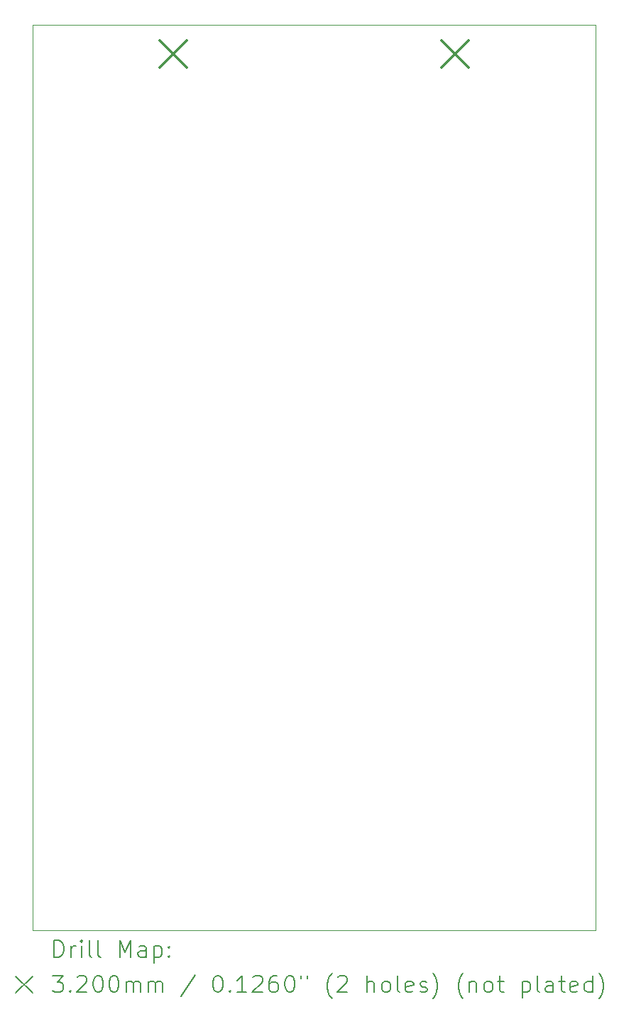
<source format=gbr>
%TF.GenerationSoftware,KiCad,Pcbnew,7.0.7*%
%TF.CreationDate,2025-11-01T14:08:22+08:00*%
%TF.ProjectId,2144_LPF,32313434-5f4c-4504-962e-6b696361645f,rev?*%
%TF.SameCoordinates,Original*%
%TF.FileFunction,Drillmap*%
%TF.FilePolarity,Positive*%
%FSLAX45Y45*%
G04 Gerber Fmt 4.5, Leading zero omitted, Abs format (unit mm)*
G04 Created by KiCad (PCBNEW 7.0.7) date 2025-11-01 14:08:22*
%MOMM*%
%LPD*%
G01*
G04 APERTURE LIST*
%ADD10C,0.100000*%
%ADD11C,0.200000*%
%ADD12C,0.320000*%
G04 APERTURE END LIST*
D10*
X6644000Y-4600000D02*
X13356000Y-4600000D01*
X13356000Y-15400000D01*
X6644000Y-15400000D01*
X6644000Y-4600000D01*
D11*
D12*
X8162000Y-4790000D02*
X8482000Y-5110000D01*
X8482000Y-4790000D02*
X8162000Y-5110000D01*
X11518000Y-4790000D02*
X11838000Y-5110000D01*
X11838000Y-4790000D02*
X11518000Y-5110000D01*
D11*
X6899777Y-15716484D02*
X6899777Y-15516484D01*
X6899777Y-15516484D02*
X6947396Y-15516484D01*
X6947396Y-15516484D02*
X6975967Y-15526008D01*
X6975967Y-15526008D02*
X6995015Y-15545055D01*
X6995015Y-15545055D02*
X7004539Y-15564103D01*
X7004539Y-15564103D02*
X7014062Y-15602198D01*
X7014062Y-15602198D02*
X7014062Y-15630769D01*
X7014062Y-15630769D02*
X7004539Y-15668865D01*
X7004539Y-15668865D02*
X6995015Y-15687912D01*
X6995015Y-15687912D02*
X6975967Y-15706960D01*
X6975967Y-15706960D02*
X6947396Y-15716484D01*
X6947396Y-15716484D02*
X6899777Y-15716484D01*
X7099777Y-15716484D02*
X7099777Y-15583150D01*
X7099777Y-15621246D02*
X7109301Y-15602198D01*
X7109301Y-15602198D02*
X7118824Y-15592674D01*
X7118824Y-15592674D02*
X7137872Y-15583150D01*
X7137872Y-15583150D02*
X7156920Y-15583150D01*
X7223586Y-15716484D02*
X7223586Y-15583150D01*
X7223586Y-15516484D02*
X7214062Y-15526008D01*
X7214062Y-15526008D02*
X7223586Y-15535531D01*
X7223586Y-15535531D02*
X7233110Y-15526008D01*
X7233110Y-15526008D02*
X7223586Y-15516484D01*
X7223586Y-15516484D02*
X7223586Y-15535531D01*
X7347396Y-15716484D02*
X7328348Y-15706960D01*
X7328348Y-15706960D02*
X7318824Y-15687912D01*
X7318824Y-15687912D02*
X7318824Y-15516484D01*
X7452158Y-15716484D02*
X7433110Y-15706960D01*
X7433110Y-15706960D02*
X7423586Y-15687912D01*
X7423586Y-15687912D02*
X7423586Y-15516484D01*
X7680729Y-15716484D02*
X7680729Y-15516484D01*
X7680729Y-15516484D02*
X7747396Y-15659341D01*
X7747396Y-15659341D02*
X7814062Y-15516484D01*
X7814062Y-15516484D02*
X7814062Y-15716484D01*
X7995015Y-15716484D02*
X7995015Y-15611722D01*
X7995015Y-15611722D02*
X7985491Y-15592674D01*
X7985491Y-15592674D02*
X7966443Y-15583150D01*
X7966443Y-15583150D02*
X7928348Y-15583150D01*
X7928348Y-15583150D02*
X7909301Y-15592674D01*
X7995015Y-15706960D02*
X7975967Y-15716484D01*
X7975967Y-15716484D02*
X7928348Y-15716484D01*
X7928348Y-15716484D02*
X7909301Y-15706960D01*
X7909301Y-15706960D02*
X7899777Y-15687912D01*
X7899777Y-15687912D02*
X7899777Y-15668865D01*
X7899777Y-15668865D02*
X7909301Y-15649817D01*
X7909301Y-15649817D02*
X7928348Y-15640293D01*
X7928348Y-15640293D02*
X7975967Y-15640293D01*
X7975967Y-15640293D02*
X7995015Y-15630769D01*
X8090253Y-15583150D02*
X8090253Y-15783150D01*
X8090253Y-15592674D02*
X8109301Y-15583150D01*
X8109301Y-15583150D02*
X8147396Y-15583150D01*
X8147396Y-15583150D02*
X8166443Y-15592674D01*
X8166443Y-15592674D02*
X8175967Y-15602198D01*
X8175967Y-15602198D02*
X8185491Y-15621246D01*
X8185491Y-15621246D02*
X8185491Y-15678388D01*
X8185491Y-15678388D02*
X8175967Y-15697436D01*
X8175967Y-15697436D02*
X8166443Y-15706960D01*
X8166443Y-15706960D02*
X8147396Y-15716484D01*
X8147396Y-15716484D02*
X8109301Y-15716484D01*
X8109301Y-15716484D02*
X8090253Y-15706960D01*
X8271205Y-15697436D02*
X8280729Y-15706960D01*
X8280729Y-15706960D02*
X8271205Y-15716484D01*
X8271205Y-15716484D02*
X8261682Y-15706960D01*
X8261682Y-15706960D02*
X8271205Y-15697436D01*
X8271205Y-15697436D02*
X8271205Y-15716484D01*
X8271205Y-15592674D02*
X8280729Y-15602198D01*
X8280729Y-15602198D02*
X8271205Y-15611722D01*
X8271205Y-15611722D02*
X8261682Y-15602198D01*
X8261682Y-15602198D02*
X8271205Y-15592674D01*
X8271205Y-15592674D02*
X8271205Y-15611722D01*
X6439000Y-15945000D02*
X6639000Y-16145000D01*
X6639000Y-15945000D02*
X6439000Y-16145000D01*
X6880729Y-15936484D02*
X7004539Y-15936484D01*
X7004539Y-15936484D02*
X6937872Y-16012674D01*
X6937872Y-16012674D02*
X6966443Y-16012674D01*
X6966443Y-16012674D02*
X6985491Y-16022198D01*
X6985491Y-16022198D02*
X6995015Y-16031722D01*
X6995015Y-16031722D02*
X7004539Y-16050769D01*
X7004539Y-16050769D02*
X7004539Y-16098388D01*
X7004539Y-16098388D02*
X6995015Y-16117436D01*
X6995015Y-16117436D02*
X6985491Y-16126960D01*
X6985491Y-16126960D02*
X6966443Y-16136484D01*
X6966443Y-16136484D02*
X6909301Y-16136484D01*
X6909301Y-16136484D02*
X6890253Y-16126960D01*
X6890253Y-16126960D02*
X6880729Y-16117436D01*
X7090253Y-16117436D02*
X7099777Y-16126960D01*
X7099777Y-16126960D02*
X7090253Y-16136484D01*
X7090253Y-16136484D02*
X7080729Y-16126960D01*
X7080729Y-16126960D02*
X7090253Y-16117436D01*
X7090253Y-16117436D02*
X7090253Y-16136484D01*
X7175967Y-15955531D02*
X7185491Y-15946008D01*
X7185491Y-15946008D02*
X7204539Y-15936484D01*
X7204539Y-15936484D02*
X7252158Y-15936484D01*
X7252158Y-15936484D02*
X7271205Y-15946008D01*
X7271205Y-15946008D02*
X7280729Y-15955531D01*
X7280729Y-15955531D02*
X7290253Y-15974579D01*
X7290253Y-15974579D02*
X7290253Y-15993627D01*
X7290253Y-15993627D02*
X7280729Y-16022198D01*
X7280729Y-16022198D02*
X7166443Y-16136484D01*
X7166443Y-16136484D02*
X7290253Y-16136484D01*
X7414062Y-15936484D02*
X7433110Y-15936484D01*
X7433110Y-15936484D02*
X7452158Y-15946008D01*
X7452158Y-15946008D02*
X7461682Y-15955531D01*
X7461682Y-15955531D02*
X7471205Y-15974579D01*
X7471205Y-15974579D02*
X7480729Y-16012674D01*
X7480729Y-16012674D02*
X7480729Y-16060293D01*
X7480729Y-16060293D02*
X7471205Y-16098388D01*
X7471205Y-16098388D02*
X7461682Y-16117436D01*
X7461682Y-16117436D02*
X7452158Y-16126960D01*
X7452158Y-16126960D02*
X7433110Y-16136484D01*
X7433110Y-16136484D02*
X7414062Y-16136484D01*
X7414062Y-16136484D02*
X7395015Y-16126960D01*
X7395015Y-16126960D02*
X7385491Y-16117436D01*
X7385491Y-16117436D02*
X7375967Y-16098388D01*
X7375967Y-16098388D02*
X7366443Y-16060293D01*
X7366443Y-16060293D02*
X7366443Y-16012674D01*
X7366443Y-16012674D02*
X7375967Y-15974579D01*
X7375967Y-15974579D02*
X7385491Y-15955531D01*
X7385491Y-15955531D02*
X7395015Y-15946008D01*
X7395015Y-15946008D02*
X7414062Y-15936484D01*
X7604539Y-15936484D02*
X7623586Y-15936484D01*
X7623586Y-15936484D02*
X7642634Y-15946008D01*
X7642634Y-15946008D02*
X7652158Y-15955531D01*
X7652158Y-15955531D02*
X7661682Y-15974579D01*
X7661682Y-15974579D02*
X7671205Y-16012674D01*
X7671205Y-16012674D02*
X7671205Y-16060293D01*
X7671205Y-16060293D02*
X7661682Y-16098388D01*
X7661682Y-16098388D02*
X7652158Y-16117436D01*
X7652158Y-16117436D02*
X7642634Y-16126960D01*
X7642634Y-16126960D02*
X7623586Y-16136484D01*
X7623586Y-16136484D02*
X7604539Y-16136484D01*
X7604539Y-16136484D02*
X7585491Y-16126960D01*
X7585491Y-16126960D02*
X7575967Y-16117436D01*
X7575967Y-16117436D02*
X7566443Y-16098388D01*
X7566443Y-16098388D02*
X7556920Y-16060293D01*
X7556920Y-16060293D02*
X7556920Y-16012674D01*
X7556920Y-16012674D02*
X7566443Y-15974579D01*
X7566443Y-15974579D02*
X7575967Y-15955531D01*
X7575967Y-15955531D02*
X7585491Y-15946008D01*
X7585491Y-15946008D02*
X7604539Y-15936484D01*
X7756920Y-16136484D02*
X7756920Y-16003150D01*
X7756920Y-16022198D02*
X7766443Y-16012674D01*
X7766443Y-16012674D02*
X7785491Y-16003150D01*
X7785491Y-16003150D02*
X7814063Y-16003150D01*
X7814063Y-16003150D02*
X7833110Y-16012674D01*
X7833110Y-16012674D02*
X7842634Y-16031722D01*
X7842634Y-16031722D02*
X7842634Y-16136484D01*
X7842634Y-16031722D02*
X7852158Y-16012674D01*
X7852158Y-16012674D02*
X7871205Y-16003150D01*
X7871205Y-16003150D02*
X7899777Y-16003150D01*
X7899777Y-16003150D02*
X7918824Y-16012674D01*
X7918824Y-16012674D02*
X7928348Y-16031722D01*
X7928348Y-16031722D02*
X7928348Y-16136484D01*
X8023586Y-16136484D02*
X8023586Y-16003150D01*
X8023586Y-16022198D02*
X8033110Y-16012674D01*
X8033110Y-16012674D02*
X8052158Y-16003150D01*
X8052158Y-16003150D02*
X8080729Y-16003150D01*
X8080729Y-16003150D02*
X8099777Y-16012674D01*
X8099777Y-16012674D02*
X8109301Y-16031722D01*
X8109301Y-16031722D02*
X8109301Y-16136484D01*
X8109301Y-16031722D02*
X8118824Y-16012674D01*
X8118824Y-16012674D02*
X8137872Y-16003150D01*
X8137872Y-16003150D02*
X8166443Y-16003150D01*
X8166443Y-16003150D02*
X8185491Y-16012674D01*
X8185491Y-16012674D02*
X8195015Y-16031722D01*
X8195015Y-16031722D02*
X8195015Y-16136484D01*
X8585491Y-15926960D02*
X8414063Y-16184103D01*
X8842634Y-15936484D02*
X8861682Y-15936484D01*
X8861682Y-15936484D02*
X8880729Y-15946008D01*
X8880729Y-15946008D02*
X8890253Y-15955531D01*
X8890253Y-15955531D02*
X8899777Y-15974579D01*
X8899777Y-15974579D02*
X8909301Y-16012674D01*
X8909301Y-16012674D02*
X8909301Y-16060293D01*
X8909301Y-16060293D02*
X8899777Y-16098388D01*
X8899777Y-16098388D02*
X8890253Y-16117436D01*
X8890253Y-16117436D02*
X8880729Y-16126960D01*
X8880729Y-16126960D02*
X8861682Y-16136484D01*
X8861682Y-16136484D02*
X8842634Y-16136484D01*
X8842634Y-16136484D02*
X8823587Y-16126960D01*
X8823587Y-16126960D02*
X8814063Y-16117436D01*
X8814063Y-16117436D02*
X8804539Y-16098388D01*
X8804539Y-16098388D02*
X8795015Y-16060293D01*
X8795015Y-16060293D02*
X8795015Y-16012674D01*
X8795015Y-16012674D02*
X8804539Y-15974579D01*
X8804539Y-15974579D02*
X8814063Y-15955531D01*
X8814063Y-15955531D02*
X8823587Y-15946008D01*
X8823587Y-15946008D02*
X8842634Y-15936484D01*
X8995015Y-16117436D02*
X9004539Y-16126960D01*
X9004539Y-16126960D02*
X8995015Y-16136484D01*
X8995015Y-16136484D02*
X8985491Y-16126960D01*
X8985491Y-16126960D02*
X8995015Y-16117436D01*
X8995015Y-16117436D02*
X8995015Y-16136484D01*
X9195015Y-16136484D02*
X9080729Y-16136484D01*
X9137872Y-16136484D02*
X9137872Y-15936484D01*
X9137872Y-15936484D02*
X9118825Y-15965055D01*
X9118825Y-15965055D02*
X9099777Y-15984103D01*
X9099777Y-15984103D02*
X9080729Y-15993627D01*
X9271206Y-15955531D02*
X9280729Y-15946008D01*
X9280729Y-15946008D02*
X9299777Y-15936484D01*
X9299777Y-15936484D02*
X9347396Y-15936484D01*
X9347396Y-15936484D02*
X9366444Y-15946008D01*
X9366444Y-15946008D02*
X9375968Y-15955531D01*
X9375968Y-15955531D02*
X9385491Y-15974579D01*
X9385491Y-15974579D02*
X9385491Y-15993627D01*
X9385491Y-15993627D02*
X9375968Y-16022198D01*
X9375968Y-16022198D02*
X9261682Y-16136484D01*
X9261682Y-16136484D02*
X9385491Y-16136484D01*
X9556920Y-15936484D02*
X9518825Y-15936484D01*
X9518825Y-15936484D02*
X9499777Y-15946008D01*
X9499777Y-15946008D02*
X9490253Y-15955531D01*
X9490253Y-15955531D02*
X9471206Y-15984103D01*
X9471206Y-15984103D02*
X9461682Y-16022198D01*
X9461682Y-16022198D02*
X9461682Y-16098388D01*
X9461682Y-16098388D02*
X9471206Y-16117436D01*
X9471206Y-16117436D02*
X9480729Y-16126960D01*
X9480729Y-16126960D02*
X9499777Y-16136484D01*
X9499777Y-16136484D02*
X9537872Y-16136484D01*
X9537872Y-16136484D02*
X9556920Y-16126960D01*
X9556920Y-16126960D02*
X9566444Y-16117436D01*
X9566444Y-16117436D02*
X9575968Y-16098388D01*
X9575968Y-16098388D02*
X9575968Y-16050769D01*
X9575968Y-16050769D02*
X9566444Y-16031722D01*
X9566444Y-16031722D02*
X9556920Y-16022198D01*
X9556920Y-16022198D02*
X9537872Y-16012674D01*
X9537872Y-16012674D02*
X9499777Y-16012674D01*
X9499777Y-16012674D02*
X9480729Y-16022198D01*
X9480729Y-16022198D02*
X9471206Y-16031722D01*
X9471206Y-16031722D02*
X9461682Y-16050769D01*
X9699777Y-15936484D02*
X9718825Y-15936484D01*
X9718825Y-15936484D02*
X9737872Y-15946008D01*
X9737872Y-15946008D02*
X9747396Y-15955531D01*
X9747396Y-15955531D02*
X9756920Y-15974579D01*
X9756920Y-15974579D02*
X9766444Y-16012674D01*
X9766444Y-16012674D02*
X9766444Y-16060293D01*
X9766444Y-16060293D02*
X9756920Y-16098388D01*
X9756920Y-16098388D02*
X9747396Y-16117436D01*
X9747396Y-16117436D02*
X9737872Y-16126960D01*
X9737872Y-16126960D02*
X9718825Y-16136484D01*
X9718825Y-16136484D02*
X9699777Y-16136484D01*
X9699777Y-16136484D02*
X9680729Y-16126960D01*
X9680729Y-16126960D02*
X9671206Y-16117436D01*
X9671206Y-16117436D02*
X9661682Y-16098388D01*
X9661682Y-16098388D02*
X9652158Y-16060293D01*
X9652158Y-16060293D02*
X9652158Y-16012674D01*
X9652158Y-16012674D02*
X9661682Y-15974579D01*
X9661682Y-15974579D02*
X9671206Y-15955531D01*
X9671206Y-15955531D02*
X9680729Y-15946008D01*
X9680729Y-15946008D02*
X9699777Y-15936484D01*
X9842634Y-15936484D02*
X9842634Y-15974579D01*
X9918825Y-15936484D02*
X9918825Y-15974579D01*
X10214063Y-16212674D02*
X10204539Y-16203150D01*
X10204539Y-16203150D02*
X10185491Y-16174579D01*
X10185491Y-16174579D02*
X10175968Y-16155531D01*
X10175968Y-16155531D02*
X10166444Y-16126960D01*
X10166444Y-16126960D02*
X10156920Y-16079341D01*
X10156920Y-16079341D02*
X10156920Y-16041246D01*
X10156920Y-16041246D02*
X10166444Y-15993627D01*
X10166444Y-15993627D02*
X10175968Y-15965055D01*
X10175968Y-15965055D02*
X10185491Y-15946008D01*
X10185491Y-15946008D02*
X10204539Y-15917436D01*
X10204539Y-15917436D02*
X10214063Y-15907912D01*
X10280730Y-15955531D02*
X10290253Y-15946008D01*
X10290253Y-15946008D02*
X10309301Y-15936484D01*
X10309301Y-15936484D02*
X10356920Y-15936484D01*
X10356920Y-15936484D02*
X10375968Y-15946008D01*
X10375968Y-15946008D02*
X10385491Y-15955531D01*
X10385491Y-15955531D02*
X10395015Y-15974579D01*
X10395015Y-15974579D02*
X10395015Y-15993627D01*
X10395015Y-15993627D02*
X10385491Y-16022198D01*
X10385491Y-16022198D02*
X10271206Y-16136484D01*
X10271206Y-16136484D02*
X10395015Y-16136484D01*
X10633111Y-16136484D02*
X10633111Y-15936484D01*
X10718825Y-16136484D02*
X10718825Y-16031722D01*
X10718825Y-16031722D02*
X10709301Y-16012674D01*
X10709301Y-16012674D02*
X10690253Y-16003150D01*
X10690253Y-16003150D02*
X10661682Y-16003150D01*
X10661682Y-16003150D02*
X10642634Y-16012674D01*
X10642634Y-16012674D02*
X10633111Y-16022198D01*
X10842634Y-16136484D02*
X10823587Y-16126960D01*
X10823587Y-16126960D02*
X10814063Y-16117436D01*
X10814063Y-16117436D02*
X10804539Y-16098388D01*
X10804539Y-16098388D02*
X10804539Y-16041246D01*
X10804539Y-16041246D02*
X10814063Y-16022198D01*
X10814063Y-16022198D02*
X10823587Y-16012674D01*
X10823587Y-16012674D02*
X10842634Y-16003150D01*
X10842634Y-16003150D02*
X10871206Y-16003150D01*
X10871206Y-16003150D02*
X10890253Y-16012674D01*
X10890253Y-16012674D02*
X10899777Y-16022198D01*
X10899777Y-16022198D02*
X10909301Y-16041246D01*
X10909301Y-16041246D02*
X10909301Y-16098388D01*
X10909301Y-16098388D02*
X10899777Y-16117436D01*
X10899777Y-16117436D02*
X10890253Y-16126960D01*
X10890253Y-16126960D02*
X10871206Y-16136484D01*
X10871206Y-16136484D02*
X10842634Y-16136484D01*
X11023587Y-16136484D02*
X11004539Y-16126960D01*
X11004539Y-16126960D02*
X10995015Y-16107912D01*
X10995015Y-16107912D02*
X10995015Y-15936484D01*
X11175968Y-16126960D02*
X11156920Y-16136484D01*
X11156920Y-16136484D02*
X11118825Y-16136484D01*
X11118825Y-16136484D02*
X11099777Y-16126960D01*
X11099777Y-16126960D02*
X11090253Y-16107912D01*
X11090253Y-16107912D02*
X11090253Y-16031722D01*
X11090253Y-16031722D02*
X11099777Y-16012674D01*
X11099777Y-16012674D02*
X11118825Y-16003150D01*
X11118825Y-16003150D02*
X11156920Y-16003150D01*
X11156920Y-16003150D02*
X11175968Y-16012674D01*
X11175968Y-16012674D02*
X11185491Y-16031722D01*
X11185491Y-16031722D02*
X11185491Y-16050769D01*
X11185491Y-16050769D02*
X11090253Y-16069817D01*
X11261682Y-16126960D02*
X11280730Y-16136484D01*
X11280730Y-16136484D02*
X11318825Y-16136484D01*
X11318825Y-16136484D02*
X11337872Y-16126960D01*
X11337872Y-16126960D02*
X11347396Y-16107912D01*
X11347396Y-16107912D02*
X11347396Y-16098388D01*
X11347396Y-16098388D02*
X11337872Y-16079341D01*
X11337872Y-16079341D02*
X11318825Y-16069817D01*
X11318825Y-16069817D02*
X11290253Y-16069817D01*
X11290253Y-16069817D02*
X11271206Y-16060293D01*
X11271206Y-16060293D02*
X11261682Y-16041246D01*
X11261682Y-16041246D02*
X11261682Y-16031722D01*
X11261682Y-16031722D02*
X11271206Y-16012674D01*
X11271206Y-16012674D02*
X11290253Y-16003150D01*
X11290253Y-16003150D02*
X11318825Y-16003150D01*
X11318825Y-16003150D02*
X11337872Y-16012674D01*
X11414063Y-16212674D02*
X11423587Y-16203150D01*
X11423587Y-16203150D02*
X11442634Y-16174579D01*
X11442634Y-16174579D02*
X11452158Y-16155531D01*
X11452158Y-16155531D02*
X11461682Y-16126960D01*
X11461682Y-16126960D02*
X11471206Y-16079341D01*
X11471206Y-16079341D02*
X11471206Y-16041246D01*
X11471206Y-16041246D02*
X11461682Y-15993627D01*
X11461682Y-15993627D02*
X11452158Y-15965055D01*
X11452158Y-15965055D02*
X11442634Y-15946008D01*
X11442634Y-15946008D02*
X11423587Y-15917436D01*
X11423587Y-15917436D02*
X11414063Y-15907912D01*
X11775968Y-16212674D02*
X11766444Y-16203150D01*
X11766444Y-16203150D02*
X11747396Y-16174579D01*
X11747396Y-16174579D02*
X11737872Y-16155531D01*
X11737872Y-16155531D02*
X11728349Y-16126960D01*
X11728349Y-16126960D02*
X11718825Y-16079341D01*
X11718825Y-16079341D02*
X11718825Y-16041246D01*
X11718825Y-16041246D02*
X11728349Y-15993627D01*
X11728349Y-15993627D02*
X11737872Y-15965055D01*
X11737872Y-15965055D02*
X11747396Y-15946008D01*
X11747396Y-15946008D02*
X11766444Y-15917436D01*
X11766444Y-15917436D02*
X11775968Y-15907912D01*
X11852158Y-16003150D02*
X11852158Y-16136484D01*
X11852158Y-16022198D02*
X11861682Y-16012674D01*
X11861682Y-16012674D02*
X11880730Y-16003150D01*
X11880730Y-16003150D02*
X11909301Y-16003150D01*
X11909301Y-16003150D02*
X11928349Y-16012674D01*
X11928349Y-16012674D02*
X11937872Y-16031722D01*
X11937872Y-16031722D02*
X11937872Y-16136484D01*
X12061682Y-16136484D02*
X12042634Y-16126960D01*
X12042634Y-16126960D02*
X12033111Y-16117436D01*
X12033111Y-16117436D02*
X12023587Y-16098388D01*
X12023587Y-16098388D02*
X12023587Y-16041246D01*
X12023587Y-16041246D02*
X12033111Y-16022198D01*
X12033111Y-16022198D02*
X12042634Y-16012674D01*
X12042634Y-16012674D02*
X12061682Y-16003150D01*
X12061682Y-16003150D02*
X12090253Y-16003150D01*
X12090253Y-16003150D02*
X12109301Y-16012674D01*
X12109301Y-16012674D02*
X12118825Y-16022198D01*
X12118825Y-16022198D02*
X12128349Y-16041246D01*
X12128349Y-16041246D02*
X12128349Y-16098388D01*
X12128349Y-16098388D02*
X12118825Y-16117436D01*
X12118825Y-16117436D02*
X12109301Y-16126960D01*
X12109301Y-16126960D02*
X12090253Y-16136484D01*
X12090253Y-16136484D02*
X12061682Y-16136484D01*
X12185492Y-16003150D02*
X12261682Y-16003150D01*
X12214063Y-15936484D02*
X12214063Y-16107912D01*
X12214063Y-16107912D02*
X12223587Y-16126960D01*
X12223587Y-16126960D02*
X12242634Y-16136484D01*
X12242634Y-16136484D02*
X12261682Y-16136484D01*
X12480730Y-16003150D02*
X12480730Y-16203150D01*
X12480730Y-16012674D02*
X12499777Y-16003150D01*
X12499777Y-16003150D02*
X12537873Y-16003150D01*
X12537873Y-16003150D02*
X12556920Y-16012674D01*
X12556920Y-16012674D02*
X12566444Y-16022198D01*
X12566444Y-16022198D02*
X12575968Y-16041246D01*
X12575968Y-16041246D02*
X12575968Y-16098388D01*
X12575968Y-16098388D02*
X12566444Y-16117436D01*
X12566444Y-16117436D02*
X12556920Y-16126960D01*
X12556920Y-16126960D02*
X12537873Y-16136484D01*
X12537873Y-16136484D02*
X12499777Y-16136484D01*
X12499777Y-16136484D02*
X12480730Y-16126960D01*
X12690253Y-16136484D02*
X12671206Y-16126960D01*
X12671206Y-16126960D02*
X12661682Y-16107912D01*
X12661682Y-16107912D02*
X12661682Y-15936484D01*
X12852158Y-16136484D02*
X12852158Y-16031722D01*
X12852158Y-16031722D02*
X12842634Y-16012674D01*
X12842634Y-16012674D02*
X12823587Y-16003150D01*
X12823587Y-16003150D02*
X12785492Y-16003150D01*
X12785492Y-16003150D02*
X12766444Y-16012674D01*
X12852158Y-16126960D02*
X12833111Y-16136484D01*
X12833111Y-16136484D02*
X12785492Y-16136484D01*
X12785492Y-16136484D02*
X12766444Y-16126960D01*
X12766444Y-16126960D02*
X12756920Y-16107912D01*
X12756920Y-16107912D02*
X12756920Y-16088865D01*
X12756920Y-16088865D02*
X12766444Y-16069817D01*
X12766444Y-16069817D02*
X12785492Y-16060293D01*
X12785492Y-16060293D02*
X12833111Y-16060293D01*
X12833111Y-16060293D02*
X12852158Y-16050769D01*
X12918825Y-16003150D02*
X12995015Y-16003150D01*
X12947396Y-15936484D02*
X12947396Y-16107912D01*
X12947396Y-16107912D02*
X12956920Y-16126960D01*
X12956920Y-16126960D02*
X12975968Y-16136484D01*
X12975968Y-16136484D02*
X12995015Y-16136484D01*
X13137873Y-16126960D02*
X13118825Y-16136484D01*
X13118825Y-16136484D02*
X13080730Y-16136484D01*
X13080730Y-16136484D02*
X13061682Y-16126960D01*
X13061682Y-16126960D02*
X13052158Y-16107912D01*
X13052158Y-16107912D02*
X13052158Y-16031722D01*
X13052158Y-16031722D02*
X13061682Y-16012674D01*
X13061682Y-16012674D02*
X13080730Y-16003150D01*
X13080730Y-16003150D02*
X13118825Y-16003150D01*
X13118825Y-16003150D02*
X13137873Y-16012674D01*
X13137873Y-16012674D02*
X13147396Y-16031722D01*
X13147396Y-16031722D02*
X13147396Y-16050769D01*
X13147396Y-16050769D02*
X13052158Y-16069817D01*
X13318825Y-16136484D02*
X13318825Y-15936484D01*
X13318825Y-16126960D02*
X13299777Y-16136484D01*
X13299777Y-16136484D02*
X13261682Y-16136484D01*
X13261682Y-16136484D02*
X13242634Y-16126960D01*
X13242634Y-16126960D02*
X13233111Y-16117436D01*
X13233111Y-16117436D02*
X13223587Y-16098388D01*
X13223587Y-16098388D02*
X13223587Y-16041246D01*
X13223587Y-16041246D02*
X13233111Y-16022198D01*
X13233111Y-16022198D02*
X13242634Y-16012674D01*
X13242634Y-16012674D02*
X13261682Y-16003150D01*
X13261682Y-16003150D02*
X13299777Y-16003150D01*
X13299777Y-16003150D02*
X13318825Y-16012674D01*
X13395015Y-16212674D02*
X13404539Y-16203150D01*
X13404539Y-16203150D02*
X13423587Y-16174579D01*
X13423587Y-16174579D02*
X13433111Y-16155531D01*
X13433111Y-16155531D02*
X13442634Y-16126960D01*
X13442634Y-16126960D02*
X13452158Y-16079341D01*
X13452158Y-16079341D02*
X13452158Y-16041246D01*
X13452158Y-16041246D02*
X13442634Y-15993627D01*
X13442634Y-15993627D02*
X13433111Y-15965055D01*
X13433111Y-15965055D02*
X13423587Y-15946008D01*
X13423587Y-15946008D02*
X13404539Y-15917436D01*
X13404539Y-15917436D02*
X13395015Y-15907912D01*
M02*

</source>
